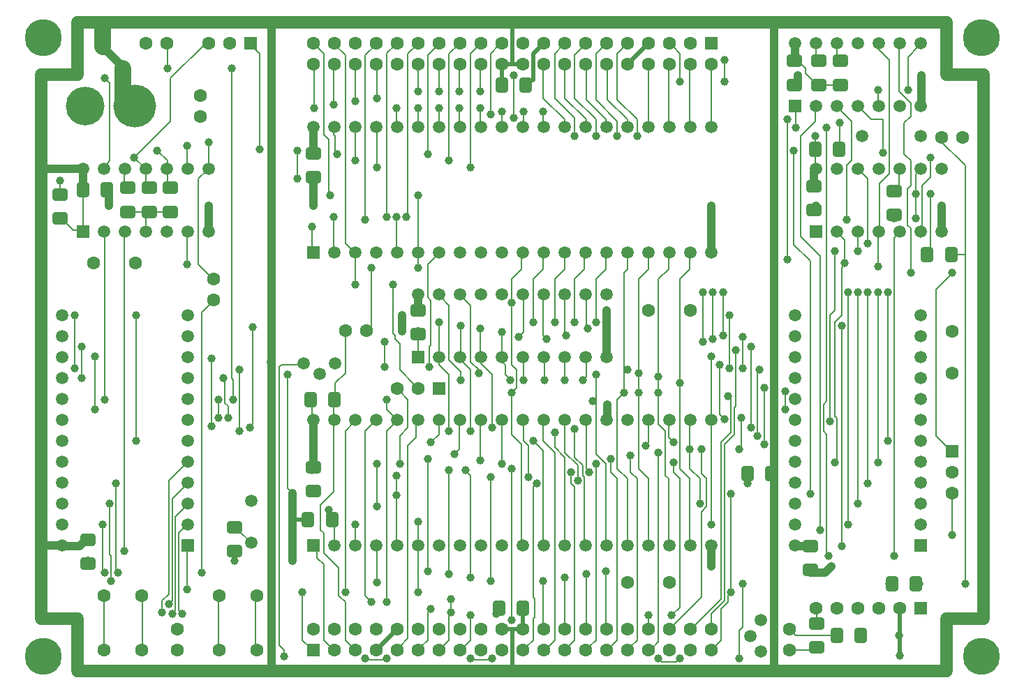
<source format=gbl>
G04*
G04  File:            8048_BOARD.GBL, Tue Feb 07 20:34:04 2017*
G04  Source:          P-CAD 2006 PCB, Version 19.02.958*
G04  Format:          Gerber Format (RS-274-D), ASCII*
G04*
G04  Format Options:  Absolute Positioning*
G04                   Leading-Zero Suppression*
G04                   Scale Factor 1:1*
G04                   NO Circular Interpolation*
G04                   Millimeter Units*
G04                   Numeric Format: 4.4 (XXXX.XXXX)*
G04                   G54 NOT Used for Aperture Change*
G04                   Apertures Embedded*
G04*
G04  File Options:    Offset = (0.000mm,0.000mm)*
G04                   Drill Symbol Size = 2.032mm*
G04                   No Pad/Via Holes*
G04*
G04  File Contents:   Pads*
G04                   Vias*
G04                   No Designators*
G04                   No Types*
G04                   No Values*
G04                   No Drill Symbols*
G04                   Bottom*
G04*
%IN8048_BOARD.GBL*%
%ICAS*%
%MOMM*%
G04*
G04  Aperture MACROs for general use --- invoked via D-code assignment *
G04*
G04  General MACRO for flashed round with rotation and/or offset hole *
%AMROTOFFROUND*
1,1,$1,0.0000,0.0000*
1,0,$2,$3,$4*%
G04*
G04  General MACRO for flashed oval (obround) with rotation and/or offset hole *
%AMROTOFFOVAL*
21,1,$1,$2,0.0000,0.0000,$3*
1,1,$4,$5,$6*
1,1,$4,0-$5,0-$6*
1,0,$7,$8,$9*%
G04*
G04  General MACRO for flashed oval (obround) with rotation and no hole *
%AMROTOVALNOHOLE*
21,1,$1,$2,0.0000,0.0000,$3*
1,1,$4,$5,$6*
1,1,$4,0-$5,0-$6*%
G04*
G04  General MACRO for flashed rectangle with rotation and/or offset hole *
%AMROTOFFRECT*
21,1,$1,$2,0.0000,0.0000,$3*
1,0,$4,$5,$6*%
G04*
G04  General MACRO for flashed rectangle with rotation and no hole *
%AMROTRECTNOHOLE*
21,1,$1,$2,0.0000,0.0000,$3*%
G04*
G04  General MACRO for flashed rounded-rectangle *
%AMROUNDRECT*
21,1,$1,$2-$4,0.0000,0.0000,$3*
21,1,$1-$4,$2,0.0000,0.0000,$3*
1,1,$4,$5,$6*
1,1,$4,$7,$8*
1,1,$4,0-$5,0-$6*
1,1,$4,0-$7,0-$8*
1,0,$9,$10,$11*%
G04*
G04  General MACRO for flashed rounded-rectangle with rotation and no hole *
%AMROUNDRECTNOHOLE*
21,1,$1,$2-$4,0.0000,0.0000,$3*
21,1,$1-$4,$2,0.0000,0.0000,$3*
1,1,$4,$5,$6*
1,1,$4,$7,$8*
1,1,$4,0-$5,0-$6*
1,1,$4,0-$7,0-$8*%
G04*
G04  General MACRO for flashed regular polygon *
%AMREGPOLY*
5,1,$1,0.0000,0.0000,$2,$3+$4*
1,0,$5,$6,$7*%
G04*
G04  General MACRO for flashed regular polygon with no hole *
%AMREGPOLYNOHOLE*
5,1,$1,0.0000,0.0000,$2,$3+$4*%
G04*
G04  General MACRO for target *
%AMTARGET*
6,0,0,$1,$2,$3,4,$4,$5,$6*%
G04*
G04  General MACRO for mounting hole *
%AMMTHOLE*
1,1,$1,0,0*
1,0,$2,0,0*
$1=$1-$2*
$1=$1/2*
21,1,$2+$1,$3,0,0,$4*
21,1,$3,$2+$1,0,0,$4*%
G04*
G04*
G04  D10 : "Ellipse X0.254mm Y0.254mm H0.000mm 0.0deg (0.000mm,0.000mm) Draw"*
G04  Disc: OuterDia=0.2540*
%ADD10C, 0.2540*%
G04  D11 : "Ellipse X0.400mm Y0.400mm H0.000mm 0.0deg (0.000mm,0.000mm) Draw"*
G04  Disc: OuterDia=0.4000*
%ADD11C, 0.4000*%
G04  D12 : "Ellipse X0.500mm Y0.500mm H0.000mm 0.0deg (0.000mm,0.000mm) Draw"*
G04  Disc: OuterDia=0.5000*
%ADD12C, 0.5000*%
G04  D13 : "Ellipse X0.600mm Y0.600mm H0.000mm 0.0deg (0.000mm,0.000mm) Draw"*
G04  Disc: OuterDia=0.6000*
%ADD13C, 0.6000*%
G04  D14 : "Ellipse X0.100mm Y0.100mm H0.000mm 0.0deg (0.000mm,0.000mm) Draw"*
G04  Disc: OuterDia=0.1000*
%ADD14C, 0.1000*%
G04  D15 : "Ellipse X1.000mm Y1.000mm H0.000mm 0.0deg (0.000mm,0.000mm) Draw"*
G04  Disc: OuterDia=1.0000*
%ADD15C, 1.0000*%
G04  D16 : "Ellipse X0.102mm Y0.102mm H0.000mm 0.0deg (0.000mm,0.000mm) Draw"*
G04  Disc: OuterDia=0.1016*
%ADD16C, 0.1016*%
G04  D17 : "Ellipse X0.127mm Y0.127mm H0.000mm 0.0deg (0.000mm,0.000mm) Draw"*
G04  Disc: OuterDia=0.1270*
%ADD17C, 0.1270*%
G04  D18 : "Ellipse X1.500mm Y1.500mm H0.000mm 0.0deg (0.000mm,0.000mm) Draw"*
G04  Disc: OuterDia=1.5000*
%ADD18C, 1.5000*%
G04  D19 : "Ellipse X0.200mm Y0.200mm H0.000mm 0.0deg (0.000mm,0.000mm) Draw"*
G04  Disc: OuterDia=0.2000*
%ADD19C, 0.2000*%
G04  D20 : "Ellipse X2.000mm Y2.000mm H0.000mm 0.0deg (0.000mm,0.000mm) Draw"*
G04  Disc: OuterDia=2.0000*
%ADD20C, 2.0000*%
G04  D21 : "Ellipse X0.250mm Y0.250mm H0.000mm 0.0deg (0.000mm,0.000mm) Draw"*
G04  Disc: OuterDia=0.2500*
%ADD21C, 0.2500*%
G04  D22 : "Ellipse X4.700mm Y4.700mm H0.000mm 0.0deg (0.000mm,0.000mm) Flash"*
G04  Disc: OuterDia=4.7000*
%ADD22C, 4.7000*%
G04  D23 : "Ellipse X5.081mm Y5.081mm H0.000mm 0.0deg (0.000mm,0.000mm) Flash"*
G04  Disc: OuterDia=5.0810*
%ADD23C, 5.0810*%
G04  D24 : "Ellipse X5.200mm Y5.200mm H0.000mm 0.0deg (0.000mm,0.000mm) Flash"*
G04  Disc: OuterDia=5.2000*
%ADD24C, 5.2000*%
G04  D25 : "Ellipse X5.581mm Y5.581mm H0.000mm 0.0deg (0.000mm,0.000mm) Flash"*
G04  Disc: OuterDia=5.5810*
%ADD25C, 5.5810*%
G04  D26 : "Ellipse X1.500mm Y1.500mm H0.000mm 0.0deg (0.000mm,0.000mm) Flash"*
G04  Disc: OuterDia=1.5000*
%ADD26C, 1.5000*%
G04  D27 : "Ellipse X1.600mm Y1.600mm H0.000mm 0.0deg (0.000mm,0.000mm) Flash"*
G04  Disc: OuterDia=1.6000*
%ADD27C, 1.6000*%
G04  D28 : "Ellipse X1.881mm Y1.881mm H0.000mm 0.0deg (0.000mm,0.000mm) Flash"*
G04  Disc: OuterDia=1.8810*
%ADD28C, 1.8810*%
G04  D29 : "Ellipse X1.981mm Y1.981mm H0.000mm 0.0deg (0.000mm,0.000mm) Flash"*
G04  Disc: OuterDia=1.9810*
%ADD29C, 1.9810*%
G04  D30 : "Rounded Rectangle X3.000mm Y2.000mm H0.000mm 0.0deg (0.000mm,0.000mm) Flash"*
G04  RoundRct: DimX=3.0000, DimY=2.0000, CornerRad=0.5000, Rotation=0.0, OffsetX=0.0000, OffsetY=0.0000, HoleDia=0.0000 *
%ADD30ROUNDRECTNOHOLE, 3.0000 X2.0000 X0.0 X1.0000 X-1.0000 X-0.5000 X-1.0000 X0.5000*%
G04  D31 : "Rounded Rectangle X3.381mm Y2.381mm H0.000mm 0.0deg (0.000mm,0.000mm) Flash"*
G04  RoundRct: DimX=3.3810, DimY=2.3810, CornerRad=0.5953, Rotation=0.0, OffsetX=0.0000, OffsetY=0.0000, HoleDia=0.0000 *
%ADD31ROUNDRECTNOHOLE, 3.3810 X2.3810 X0.0 X1.1905 X-1.0953 X-0.5953 X-1.0953 X0.5953*%
G04  D32 : "Rounded Rectangle X1.500mm Y1.900mm H0.000mm 0.0deg (0.000mm,0.000mm) Flash"*
G04  RoundRct: DimX=1.5000, DimY=1.9000, CornerRad=0.3750, Rotation=0.0, OffsetX=0.0000, OffsetY=0.0000, HoleDia=0.0000 *
%ADD32ROUNDRECTNOHOLE, 1.5000 X1.9000 X0.0 X0.7500 X-0.3750 X-0.5750 X-0.3750 X0.5750*%
G04  D33 : "Rounded Rectangle X1.900mm Y1.500mm H0.000mm 0.0deg (0.000mm,0.000mm) Flash"*
G04  RoundRct: DimX=1.9000, DimY=1.5000, CornerRad=0.3750, Rotation=0.0, OffsetX=0.0000, OffsetY=0.0000, HoleDia=0.0000 *
%ADD33ROUNDRECTNOHOLE, 1.9000 X1.5000 X0.0 X0.7500 X-0.5750 X-0.3750 X-0.5750 X0.3750*%
G04  D34 : "Rounded Rectangle X1.700mm Y3.000mm H0.000mm 0.0deg (0.000mm,0.000mm) Flash"*
G04  RoundRct: DimX=1.7000, DimY=3.0000, CornerRad=0.4250, Rotation=0.0, OffsetX=0.0000, OffsetY=0.0000, HoleDia=0.0000 *
%ADD34ROUNDRECTNOHOLE, 1.7000 X3.0000 X0.0 X0.8500 X-0.4250 X-1.0750 X-0.4250 X1.0750*%
G04  D35 : "Rounded Rectangle X3.000mm Y1.700mm H0.000mm 0.0deg (0.000mm,0.000mm) Flash"*
G04  RoundRct: DimX=3.0000, DimY=1.7000, CornerRad=0.4250, Rotation=0.0, OffsetX=0.0000, OffsetY=0.0000, HoleDia=0.0000 *
%ADD35ROUNDRECTNOHOLE, 3.0000 X1.7000 X0.0 X0.8500 X-1.0750 X-0.4250 X-1.0750 X0.4250*%
G04  D36 : "Rounded Rectangle X1.881mm Y2.281mm H0.000mm 0.0deg (0.000mm,0.000mm) Flash"*
G04  RoundRct: DimX=1.8810, DimY=2.2810, CornerRad=0.4703, Rotation=0.0, OffsetX=0.0000, OffsetY=0.0000, HoleDia=0.0000 *
%ADD36ROUNDRECTNOHOLE, 1.8810 X2.2810 X0.0 X0.9405 X-0.4703 X-0.6703 X-0.4703 X0.6703*%
G04  D37 : "Rounded Rectangle X2.281mm Y1.881mm H0.000mm 0.0deg (0.000mm,0.000mm) Flash"*
G04  RoundRct: DimX=2.2810, DimY=1.8810, CornerRad=0.4703, Rotation=0.0, OffsetX=0.0000, OffsetY=0.0000, HoleDia=0.0000 *
%ADD37ROUNDRECTNOHOLE, 2.2810 X1.8810 X0.0 X0.9405 X-0.6703 X-0.4703 X-0.6703 X0.4703*%
G04  D38 : "Rounded Rectangle X2.081mm Y3.381mm H0.000mm 0.0deg (0.000mm,0.000mm) Flash"*
G04  RoundRct: DimX=2.0810, DimY=3.3810, CornerRad=0.5202, Rotation=0.0, OffsetX=0.0000, OffsetY=0.0000, HoleDia=0.0000 *
%ADD38ROUNDRECTNOHOLE, 2.0810 X3.3810 X0.0 X1.0405 X-0.5202 X-1.1703 X-0.5202 X1.1703*%
G04  D39 : "Rounded Rectangle X3.381mm Y2.081mm H0.000mm 0.0deg (0.000mm,0.000mm) Flash"*
G04  RoundRct: DimX=3.3810, DimY=2.0810, CornerRad=0.5202, Rotation=0.0, OffsetX=0.0000, OffsetY=0.0000, HoleDia=0.0000 *
%ADD39ROUNDRECTNOHOLE, 3.3810 X2.0810 X0.0 X1.0405 X-1.1703 X-0.5202 X-1.1703 X0.5202*%
G04  D40 : "Rectangle X1.500mm Y1.500mm H0.000mm 0.0deg (0.000mm,0.000mm) Flash"*
G04  Square: Side=1.5000, Rotation=0.0, OffsetX=0.0000, OffsetY=0.0000, HoleDia=0.0000*
%ADD40R, 1.5000 X1.5000*%
G04  D41 : "Rectangle X1.600mm Y1.600mm H0.000mm 0.0deg (0.000mm,0.000mm) Flash"*
G04  Square: Side=1.6000, Rotation=0.0, OffsetX=0.0000, OffsetY=0.0000, HoleDia=0.0000*
%ADD41R, 1.6000 X1.6000*%
G04  D42 : "Rectangle X1.881mm Y1.881mm H0.000mm 0.0deg (0.000mm,0.000mm) Flash"*
G04  Square: Side=1.8810, Rotation=0.0, OffsetX=0.0000, OffsetY=0.0000, HoleDia=0.0000*
%ADD42R, 1.8810 X1.8810*%
G04  D43 : "Rectangle X1.981mm Y1.981mm H0.000mm 0.0deg (0.000mm,0.000mm) Flash"*
G04  Square: Side=1.9810, Rotation=0.0, OffsetX=0.0000, OffsetY=0.0000, HoleDia=0.0000*
%ADD43R, 1.9810 X1.9810*%
G04  D44 : "Ellipse X4.500mm Y4.500mm H0.000mm 0.0deg (0.000mm,0.000mm) Flash"*
G04  Disc: OuterDia=4.5000*
%ADD44C, 4.5000*%
G04  D45 : "Ellipse X4.881mm Y4.881mm H0.000mm 0.0deg (0.000mm,0.000mm) Flash"*
G04  Disc: OuterDia=4.8810*
%ADD45C, 4.8810*%
G04  D46 : "Ellipse X1.000mm Y1.000mm H0.000mm 0.0deg (0.000mm,0.000mm) Flash"*
G04  Disc: OuterDia=1.0000*
%ADD46C, 1.0000*%
G04  D47 : "Ellipse X1.381mm Y1.381mm H0.000mm 0.0deg (0.000mm,0.000mm) Flash"*
G04  Disc: OuterDia=1.3810*
%ADD47C, 1.3810*%
G04*
%FSLAX44Y44*%
%SFA1B1*%
%OFA0.000B0.000*%
G04*
G71*
G90*
G01*
D2*
%LNBottom*%
D19*
X658000Y2179000*
Y2196000D1*
Y2150000D2*
X664000Y2146000D1*
X674000Y2136000*
X684000*
Y2135400*
X756920Y1625600D2*
X758000Y1632000D1*
Y1692000D2*
X757640Y1691640D1*
X756920*
D2*
D15*
X692000Y1731000*
Y1734000D1*
D2*
D19*
X710000Y1722000*
X712000Y1720000D1*
X720000Y1740000D2*
Y1710000D1*
X718000Y1742000D2*
X720000Y1740000D1*
X726000Y1722000D2*
X728000Y1720000D1*
D2*
D15*
X714800Y2184400*
X717550D1*
Y2165350*
D2*
D19*
X740000Y2187000*
X736000Y2188000D1*
Y2206000*
X736600Y2206600*
X712000Y2212000D2*
X711200Y2211200D1*
X740000Y2214000D2*
Y2213200D1*
X748000Y2224000D2*
X750000D1*
X718000Y2314000D2*
X712000Y2320000D1*
X732992Y2335007D2*
X734250Y2332437D1*
D2*
D15*
X732992Y2335007*
X734000Y2334000D1*
X710000Y2388000D2*
Y2387600D1*
D2*
D18*
X710177D1*
D2*
D15*
X710000Y2388000*
X710177Y2387600D1*
X710000Y2382000*
D2*
D19*
X802000Y1674000*
X806000Y1670000D1*
X794000D2*
X798000Y1674000D1*
X790000Y1682000D2*
X794000Y1686000D1*
X782000D2*
X790000Y1694000D1*
X812800Y1778000D2*
X808000Y1774000D1*
X802000Y1768000*
X798000Y1788000D2*
X810000Y1800000D1*
Y1800600*
X812800Y1803400*
X794000Y1810000D2*
X810000Y1826000D1*
X790000Y1832000D2*
X810000Y1852000D1*
X810600*
X812800Y1854200*
X812000Y2130000D2*
Y2094000D1*
X826000Y2198000D2*
X836000Y2208000D1*
X836400*
X766000Y2158000D2*
X792000D1*
Y2187000D2*
X788000Y2188000D1*
Y2208000*
X787400Y2208600*
X788000Y2220000D2*
X776000Y2232000D1*
X788000Y2364000D2*
X787400Y2363400D1*
X896620Y1625600D2*
X895350D1*
X850900D2*
X850000Y1630000D1*
D2*
D12*
X869950Y1746250*
X870000Y1734000D1*
D2*
D19*
X850000Y1694000*
X850900Y1693100D1*
Y1691640*
X895350Y1695450D2*
X896620Y1694180D1*
Y1691640*
X869950Y1775250D2*
X876300Y1778000D1*
X890000Y1756000D2*
X876000Y1770000D1*
X875200*
X869950Y1775250*
X892000Y1900000D2*
X888000Y1896000D1*
X850000Y1930000D2*
Y1908000D1*
X858000Y1954000D2*
X856000Y1956000D1*
X868000Y1954000D2*
X866000Y1956000D1*
X868000Y1930000D2*
Y1954000D1*
X862000Y1922000D2*
Y1908000D1*
X858000Y1926000D2*
Y1954000D1*
X862000Y1922000D2*
X858000Y1926000D1*
X842000Y2048000D2*
Y2048500D1*
X844550Y2051050*
Y2076450D2*
X840000Y2080000D1*
X894000Y2356000D2*
X900000Y2350000D1*
X986000Y1630000D2*
X978000Y1638000D1*
X952000D2*
X960000Y1630000D1*
X960800*
X965200Y1625600*
X924000Y1632000D2*
X930000Y1626000D1*
Y1618000*
D2*
D15*
X939800Y1739900*
X940000Y1734000D1*
D2*
D19*
X978000Y1730000*
X970000Y1738000D1*
Y1746000*
D2*
D15*
X965200Y1818850*
Y1816100D1*
D2*
D12*
X958850Y1784350*
X939800D1*
D2*
D15*
Y1816100*
Y1784350D1*
D2*
D19*
X987850*
X984250Y1790700D1*
X978000Y1768000D2*
X974000Y1772000D1*
Y1802000*
X934000Y1822000D2*
X940000Y1816000D1*
X939900*
X939800Y1816100*
X984250Y1790700D2*
X984000Y1796000D1*
X965200Y1856000D2*
X964000D1*
X966000Y1854000D2*
X965200Y1853200D1*
X964000Y1844000D2*
X965200Y1850000D1*
X966000Y1854000*
D2*
D15*
X965200Y1847850*
Y1850000D1*
Y1853200*
Y1856000*
D2*
D19*
X962000Y1930000*
X964000Y1924000D1*
Y1906000*
X964200*
X953900Y1974000D2*
X948000Y1972000D1*
X926000*
X924000Y1970000*
X964000Y2112000D2*
X965200Y2110800D1*
Y2108200*
D2*
D15*
Y2199850*
Y2165350D1*
D2*
D19*
X984000Y2180000*
X986000Y2178000D1*
D2*
D15*
X965200Y2228850*
Y2260600D1*
D2*
D19*
X978000Y2252000*
X984000Y2246000D1*
X978000Y2350000D2*
X967600Y2360400D1*
X970000Y2358600*
X966000Y2334600D2*
X965200Y2335400D1*
X966000Y2334600D2*
Y2338000D1*
X965200Y2335400D2*
Y2336800D1*
X1016000Y1625600D2*
X1012000Y1630000D1*
X1004000Y1638000*
X1028000Y1614000D2*
Y1616000D1*
X1054000Y1614000D2*
Y1616000D1*
X1028000Y1614000D2*
X1054000D1*
X1028000Y1692000D2*
X1036000Y1684000D1*
X1004000D2*
X996000Y1692000D1*
Y1726000*
X1042000Y1708000D2*
Y1750000D1*
X1041400Y1750600*
X1054000Y1892000D2*
X1064000Y1902000D1*
Y1902200*
X1028000Y1892000D2*
X1038000Y1902000D1*
X1038400*
X1004000Y1892000D2*
X1014000Y1902000D1*
Y1903000*
X992000Y1950000D2*
Y1934000D1*
X1054000Y1918000D2*
Y1930000D1*
X992000Y1950000D2*
X1004000Y1962000D1*
X1064000Y2004000D2*
Y2008000D1*
X1062000Y2010000*
X1030000Y2014000D2*
X1036000Y2020000D1*
X1004000Y2010000D2*
X1004600Y2010600D1*
Y2014000*
X1004000Y2120000D2*
X1014000Y2110000D1*
X1014200*
X1016000Y2108200*
Y2070000D2*
Y2104000D1*
Y2108200*
X1054000Y2150000D2*
Y2152000D1*
X1042000Y2262000D2*
Y2261200D1*
X1041400Y2260600*
X1042000Y2212000D2*
Y2261200D1*
X1016000Y2262000D2*
Y2260600D1*
Y2220000D2*
Y2260600D1*
X992000Y2230000D2*
X994000Y2228000D1*
X992000Y2230000D2*
Y2250000D1*
X1042000Y2338000D2*
Y2337400D1*
Y2334600D2*
X1041400Y2335200D1*
X1042000Y2296000D2*
Y2334600D1*
Y2337400*
X1054184Y2350784D2*
X1054000Y2350600D1*
X1054184Y2350784D2*
X1054000Y2350000D1*
X1064000Y2360000D2*
X1064600D1*
X1016000Y2292000D2*
Y2332600D1*
Y2336000*
X1054184Y2350784D2*
X1064000Y2360000D1*
X1016000Y2332600D2*
Y2336800D1*
Y2336000D2*
Y2336800D1*
X1042000Y2337400D2*
X1041400Y2336800D1*
Y2335200D2*
Y2336800D1*
X1070000Y1630000D2*
X1080000Y1640000D1*
X1092200Y1625600D2*
X1096000Y1630000D1*
X1104000Y1638000*
X1117600Y1625600D2*
X1130000Y1638000D1*
X1104000D2*
Y1672000D1*
X1130000Y1670000D2*
X1132000Y1672000D1*
X1130000Y1638000D2*
Y1670000D1*
X1092000Y1746000D2*
Y1696000D1*
Y1758000D2*
Y1782000D1*
X1118000Y1888000D2*
X1108000Y1878000D1*
X1090000Y1884000D2*
Y1902800D1*
X1080000Y1874000D2*
X1090000Y1884000D1*
X1070000Y1886000D2*
X1080000Y1896000D1*
X1070000Y1852000D2*
Y1886000D1*
X1118000Y1972000D2*
Y1978000D1*
X1130000Y1960000D2*
X1118000Y1972000D1*
X1080000Y1930000D2*
X1070000Y1940000D1*
X1069900*
X1092200Y1943100D2*
X1088000Y1948000D1*
X1070000Y1966000*
D2*
D15*
X1092200Y2012950*
Y2009350D1*
D2*
D19*
X1118000Y1984000*
X1117600Y1983600D1*
D2*
D15*
X1073150Y2032000*
Y2012950D1*
D2*
D19*
X1118000Y2024000*
Y1984000D1*
X1130000Y2044000D2*
X1120000Y2054000D1*
Y2055000*
X1092000Y1984000D2*
Y2008000D1*
X1092200Y2008200*
D2*
D15*
Y2006600*
Y2008200D1*
Y2009350*
D2*
D19*
X1106000Y1994000*
X1108000Y1996000D1*
Y2050000*
X1104000Y2054000*
X1116000Y2106000D2*
Y2106600D1*
X1117600Y2108200*
X1104000Y2094000D2*
X1116000Y2106000D1*
X1092000Y2110000D2*
X1092200Y2109800D1*
Y2108200*
X1092000Y2090000D2*
Y2108000D1*
X1092200Y2108200*
X1080000Y2150000D2*
X1078000Y2152000D1*
X1117600Y2260600D2*
X1118000Y2264000D1*
Y2284000*
X1092000Y2266000D2*
Y2284000D1*
X1092200Y2260600D2*
X1092000Y2266000D1*
Y2304000D2*
Y2336000D1*
Y2340600D2*
X1092030Y2340569D1*
X1092200Y2340400*
X1114000Y2358000D2*
X1104000Y2348000D1*
X1118000Y2332000D2*
Y2304000D1*
Y2334600D2*
X1117763Y2334836D1*
X1117600Y2335000*
X1117763Y2334836D2*
X1118000Y2332000D1*
X1092000Y2336000D2*
X1092030Y2340569D1*
X1092200Y2340400D2*
Y2336800D1*
X1117600D2*
X1117763Y2334836D1*
X1117600Y2335000D2*
Y2336800D1*
D2*
D12*
X1193800Y1651000*
X1206500D1*
D2*
D19*
X1148000Y1630000*
X1156000Y1638000D1*
Y1668000*
Y1614000D2*
Y1616000D1*
X1182000Y1614000D2*
Y1616000D1*
X1156000Y1614000D2*
X1182000D1*
X1218000Y1876000D2*
X1206000Y1888000D1*
X1156000Y1838000D2*
X1150000Y1844000D1*
X1194000Y1976000D2*
X1193800Y1976200D1*
X1166000Y1966000D2*
Y1962000D1*
X1156000Y1976000D2*
X1166000Y1966000D1*
X1144000Y1954000D2*
Y1964000D1*
X1198000Y1972000D2*
X1194000Y1976000D1*
X1206000Y1938000D2*
X1212000Y1944000D1*
Y1966000*
X1206000Y1972000*
X1198000Y1960000D2*
X1204000Y1954000D1*
X1198000Y1972000D2*
Y1960000D1*
X1182000D2*
X1168400Y1973600D1*
X1194000Y1984000D2*
X1193800Y1983800D1*
X1194000Y2012000D2*
Y1984000D1*
X1144000Y2020000D2*
Y1986000D1*
Y2056000D2*
X1156000Y2044000D1*
X1218000Y2104000D2*
Y2088000D1*
X1206000Y2076000*
X1193800Y2260600D2*
X1194000Y2266000D1*
X1168400Y2260600D2*
X1168000Y2264000D1*
Y2284000*
X1194000Y2266000D2*
Y2280000D1*
X1164000Y2358000D2*
X1164200D1*
X1190000Y2360000D2*
X1191600D1*
X1168000Y2332000D2*
X1168230Y2332230D1*
X1168400Y2332400*
X1168000Y2332000D2*
Y2304000D1*
X1180000Y2350000D2*
X1190000Y2360000D1*
X1156000Y2350000D2*
X1164000Y2358000D1*
X1168400Y2336800D2*
X1168230Y2332230D1*
X1168400Y2332400D2*
Y2336800D1*
D2*
D12*
X1193800*
X1206500D1*
X1193800Y2311400D2*
Y2336800D1*
D2*
D19*
X1270000Y1625600*
X1274000Y1630000D1*
X1282000Y1638000*
X1244600Y1625600D2*
X1248000Y1628000D1*
X1258000Y1638000*
X1224000Y1630000D2*
X1232000Y1638000D1*
Y1664000*
X1234000Y1666000*
X1244600Y1651000D2*
X1244000Y1656000D1*
X1234000Y1688000D2*
X1232000Y1690000D1*
X1244000Y1902000D2*
X1244600Y1902600D1*
X1294000Y1836000D2*
X1292000Y1838000D1*
Y1850000*
X1282000Y1860000*
Y1894000*
X1286000Y1850000D2*
X1270000Y1866000D1*
X1258000Y1872000D2*
Y1890000D1*
X1270000Y1860000D2*
X1258000Y1872000D1*
X1244000Y1880000D2*
Y1902000D1*
X1258000Y1866000D2*
X1244000Y1880000D1*
Y1868000D2*
X1232000Y1880000D1*
X1226000Y1836000D2*
Y1874000D1*
X1286000Y1832000D2*
Y1850000D1*
X1246000Y1978000D2*
Y1979800D1*
X1270000Y1954000D2*
Y1976000D1*
X1246000Y1978000D2*
Y1954000D1*
X1270000Y2010000D2*
X1272000Y2008000D1*
X1244000D2*
X1248000Y2004000D1*
X1244000Y2054000D2*
Y2008000D1*
X1244600Y2108200D2*
X1244000Y2104000D1*
Y2088000*
X1232000Y2076000*
X1270000Y2108200D2*
Y2088000D1*
X1258000Y2076000*
X1294000Y2102000D2*
Y2088000D1*
X1282000Y2076000*
X1244600Y2260600D2*
X1244000Y2264000D1*
Y2280000*
X1282000Y2272000D2*
Y2250000D1*
X1270000Y2260600D2*
Y2270000D1*
D2*
D12*
X1231900Y2317750*
X1225550D1*
X1222800Y2311400D2*
X1225550Y2317750D1*
X1231900D2*
Y2349500D1*
D2*
D19*
X1270000Y2296000*
Y2334600D1*
Y2336000*
X1292000Y2358000D2*
X1282000Y2348000D1*
X1268000Y2360000D2*
X1258000Y2350000D1*
Y2296000D2*
Y2350000D1*
X1282000Y2296000D2*
Y2348000D1*
X1244000Y2296000D2*
Y2336000D1*
Y2336200*
X1244600Y2336800*
X1270000Y2334600D2*
Y2336800D1*
Y2336000D2*
Y2336800D1*
X1346200Y1625600D2*
X1350000Y1630000D1*
X1358000Y1638000*
X1320800Y1625600D2*
X1326000Y1630000D1*
X1334000Y1638000*
X1300000Y1630000D2*
X1308000Y1638000D1*
X1320800Y1651000D2*
X1320000Y1656000D1*
X1346000Y1834000D2*
X1334000Y1846000D1*
X1350000Y1842000D2*
Y1862000D1*
X1358000Y1834000D2*
X1350000Y1842000D1*
X1326000D2*
Y1858000D1*
X1334000Y1834000D2*
X1326000Y1842000D1*
X1320000Y1852000D2*
X1308000Y1864000D1*
X1342000Y1966000D2*
X1346000D1*
X1308000Y1928000D2*
Y1960000D1*
X1304000Y1928000D2*
X1308000D1*
X1360000Y1962000D2*
Y1938000D1*
X1342000Y1966000D2*
Y1938000D1*
X1334000Y1930000D2*
X1342000Y1938000D1*
X1320800Y2108200D2*
X1320000Y2102000D1*
Y2088000*
X1308000Y2076000*
X1346000Y2088000D2*
Y2108000D1*
X1346200Y2108200*
X1342000Y2084000D2*
X1346000Y2088000D1*
X1346200Y2260600D2*
X1346000Y2266000D1*
X1320800Y2260600D2*
X1320000Y2266000D1*
X1358000Y2270000D2*
Y2250000D1*
X1334000Y2268000D2*
Y2250000D1*
X1346000Y2266000D2*
Y2270000D1*
X1308000D2*
Y2250000D1*
X1320000Y2266000D2*
Y2270000D1*
X1322000Y2336000D2*
X1321600D1*
X1322000Y2294000D2*
Y2335600D1*
Y2336000*
Y2335600D2*
X1321600Y2336000D1*
X1318000Y2360000D2*
X1308000Y2350000D1*
Y2294000D2*
Y2350000D1*
X1334000Y2294000D2*
Y2350000D1*
X1321600Y2336000D2*
X1320800Y2336800D1*
X1376000Y1628000D2*
X1384000Y1636000D1*
X1422400Y1651000D2*
X1422000Y1652000D1*
X1424000*
X1384000Y1616000D2*
X1388000Y1612000D1*
X1406000*
X1410000Y1616000*
X1436000Y1794000D2*
X1442000Y1800000D1*
X1422000Y1834000D2*
X1410000Y1846000D1*
X1422000D2*
X1434000Y1834000D1*
X1422000Y1900000D2*
Y1870000D1*
Y1846000*
X1396000Y1884000D2*
X1402000Y1878000D1*
X1396000Y1902000D2*
X1397000Y1903000D1*
X1396000Y1884000D2*
Y1902000D1*
X1384000Y1900000D2*
X1392000Y1892000D1*
X1396000Y1834000D2*
X1392000Y1838000D1*
Y1892000*
X1442000Y1834000D2*
X1436000Y1840000D1*
Y1870000*
X1410000Y1834000D2*
X1402000Y1842000D1*
Y1854000*
X1384000Y1938000D2*
Y1958000D1*
X1410000Y2076000D2*
X1422000Y2088000D1*
Y2104000*
X1422400Y2104400*
Y2108200*
X1397000D2*
X1396000Y2102000D1*
Y2088000*
X1384000Y2076000*
X1397000Y2260600D2*
X1396000Y2264000D1*
X1422400Y2260600D2*
X1422000Y2264000D1*
X1396000Y2336000D2*
X1396200D1*
X1396000Y2335800D2*
X1396200Y2336000D1*
X1396000Y2335800D2*
Y2336000D1*
X1422000Y2332600D2*
X1422400Y2333000D1*
X1410000Y2316000D2*
Y2350000D1*
X1402000Y2358000*
X1401200*
X1422000Y2336000D2*
Y2336400D1*
Y2332600D2*
Y2336000D1*
X1396200D2*
X1397000Y2336800D1*
X1422400Y2333000D2*
Y2336800D1*
X1422000Y2336400D2*
X1422400Y2336800D1*
X1452000Y1630000D2*
X1460000Y1638000D1*
X1486000Y1654000D2*
X1482000Y1650000D1*
Y1616000*
X1468000Y1684000D2*
Y1692000D1*
X1472000Y1696000*
X1484000Y1870000D2*
X1482000D1*
X1464000Y1876000D2*
X1476000Y1888000D1*
X1460000Y1878000D2*
X1472000Y1890000D1*
X1458000Y1912000D2*
Y1972000D1*
X1506000Y1966000D2*
X1504000Y1964000D1*
X1484000Y1906000D2*
Y1908000D1*
X1476000Y1920000D2*
X1478000Y1922000D1*
X1472000Y1934000D2*
X1468000D1*
X1458000Y1912000D2*
X1464000Y1906000D1*
X1478000Y1988000D2*
Y1990000D1*
X1464000Y2342000D2*
Y2316000D1*
X1576000Y1672000D2*
Y1662000D1*
Y1658000*
Y1629000D2*
X1572000Y1626000D1*
X1546000*
X1545600Y1625600*
X1543050*
X1550000Y1644000D2*
X1544000Y1650000D1*
Y1650050*
X1543050Y1651000*
D2*
D15*
X1568000Y1723000*
Y1720000D1*
X1586000D2*
X1593850Y1727200D1*
X1568000Y1720000D2*
X1586000D1*
D2*
D19*
X1588000Y1742000*
X1590000Y1740000D1*
X1588000Y1888000D2*
X1584000Y1892000D1*
X1538000Y1918000D2*
Y1940000D1*
X1584000Y1924000D2*
X1588000Y1928000D1*
X1598000Y2038000D2*
X1592000Y2032000D1*
X1580000Y2104000D2*
X1556000Y2128000D1*
X1568000Y2098000D2*
X1548000Y2118000D1*
D2*
D15*
X1572000Y2192000*
Y2189000D1*
Y2160000D2*
X1574800Y2165350D1*
D2*
D19*
X1574000Y2208000*
Y2208714D1*
Y2250000D2*
Y2238000D1*
Y2234000*
X1550000Y2260000D2*
Y2284000D1*
X1549400Y2284600*
X1556000Y2250000D2*
X1574000Y2268000D1*
D2*
D15*
X1549400Y2340320*
X1548600Y2341000D1*
X1552600Y2314000D2*
X1548600Y2312000D1*
X1552600Y2314000D2*
Y2324000D1*
D2*
D19*
X1570600Y2318000*
X1562600Y2326000D1*
Y2332000*
X1556600Y2338000*
X1553600Y2341000*
D2*
D15*
X1549400Y2340320*
Y2341000D1*
D2*
D19*
X1553600*
X1549400D1*
X1548600*
X1578600Y2312000D2*
X1570600Y2318000D1*
X1574600Y2356000D2*
Y2340000D1*
X1575600Y2341000*
X1578600*
X1629000Y1644000D2*
X1632000D1*
X1667000Y1706000D2*
X1664000D1*
X1626000Y2132000D2*
X1625600Y2132400D1*
X1604000Y2130000D2*
X1603800D1*
X1610000Y2124000D2*
X1604000Y2130000D1*
X1610000Y2094000D2*
Y2096000D1*
Y2094000D2*
X1606000Y2090000D1*
X1610000Y2096000D2*
Y2124000D1*
X1626000Y2110000D2*
Y2132000D1*
X1650000Y2136000D2*
Y2134600D1*
X1638000Y2198000D2*
X1628000Y2208000D1*
X1627400*
X1652000Y2138000D2*
Y2192000D1*
X1664000Y2204000*
X1670000Y2150000D2*
Y2154000D1*
X1618000Y2220000D2*
X1612000Y2214000D1*
X1603000Y2234000D2*
X1604000Y2238000D1*
Y2266000*
X1618000Y2220000D2*
Y2268000D1*
X1604000Y2282000D2*
X1618000Y2268000D1*
X1656000Y2230000D2*
Y2270000D1*
X1642000*
X1628000Y2284000*
X1601600Y2344000D2*
X1604600Y2341000D1*
X1650600Y2292000D2*
Y2306000D1*
X1648000Y2358000D2*
X1648600Y2359800D1*
X1664000Y2342000D2*
X1648000Y2358000D1*
X1696000Y1706000D2*
X1700000D1*
X1739900Y1816100D2*
X1740000Y1812000D1*
Y1766000*
Y1864000D2*
X1739900Y1864100D1*
X1733550Y1873250D2*
X1720850Y1885950D1*
X1739900Y1864100D2*
Y1864143D1*
Y1866900*
X1740000Y1864000D2*
X1739900Y1864143D1*
X1733550Y1873250*
X1710000Y2106000D2*
X1714000Y2112000D1*
X1720850Y2063750D2*
X1739900Y2082800D1*
X1740000Y2082900*
Y2084000*
X1696000Y2204000D2*
X1700000Y2208000D1*
X1704000Y2190000D2*
Y2136000D1*
Y2135800*
Y2190000D2*
X1714000Y2200000D1*
X1686000Y2186000D2*
X1690000Y2190000D1*
X1686000Y2142000D2*
Y2186000D1*
X1690000Y2138000D2*
X1686000Y2142000D1*
X1696000Y2150000D2*
Y2180000D1*
Y2204000*
X1690000Y2220000D2*
X1682000Y2228000D1*
Y2266000*
X1690000Y2274000*
X1726000Y2244000D2*
X1727300Y2245300D1*
Y2248000*
X1686600Y2306000D2*
Y2346000D1*
X1698600Y2358000*
Y2359000*
D2*
D15*
X660000Y1752000*
Y1752200D1*
X660400Y1752600*
X635000D2*
X660400D1*
D2*
D18*
X635000Y1663700*
Y1752600D1*
D2*
D19*
X676000Y1968000*
Y2032000D1*
X684000Y1994000D2*
Y1956000D1*
D2*
D18*
X635000Y2209800*
Y2324100D1*
D2*
D19*
X711200Y1625600*
Y1691640D1*
X758000Y1632000D2*
Y1692000D1*
X710000Y1722000D2*
Y1778000D1*
X718000Y1742000D2*
Y1804000D1*
X726000Y1722000D2*
Y1828000D1*
X750000Y1880000D2*
Y2032000D1*
X736000Y2132000D2*
X736600Y2132600D1*
Y2133600*
X712000Y1930000D2*
Y2132000D1*
Y2132800*
X711200Y2133600*
X700000Y1918000D2*
Y1982000D1*
X736600Y2211400D2*
Y2209800D1*
X736000Y2208000D2*
X736600Y2211400D1*
X740000Y2213200D2*
X736600Y2209800D1*
Y2206600D2*
Y2209800D1*
X718000Y2220000D2*
Y2314000D1*
X710000Y2208000D2*
X711200Y2209800D1*
X718000Y2220000*
X711200Y2211200D2*
Y2210400D1*
Y2209800*
X712000Y2212000D2*
X711200Y2210400D1*
X710000Y2208000*
X742000Y2284000D2*
X744000Y2286000D1*
D2*
D20*
X748650D1*
X734250D2*
Y2332437D1*
Y2286000D2*
X741680D1*
X744000*
D2*
D19*
X734250Y2332437*
X741680Y2286000D1*
X742000Y2284000*
D2*
D15*
X710000Y2358000*
X732992Y2335007D1*
D2*
D20*
X710000Y2382000*
Y2358000D1*
D2*
D19*
X802000Y1768000*
Y1674000D1*
X798000D2*
Y1788000D1*
X794000Y1686000D2*
Y1810000D1*
X810000Y1826000D2*
X812800Y1828800D1*
X782000Y1672000D2*
Y1686000D1*
X790000Y1694000D2*
Y1832000D1*
X812000Y1752000D2*
X812200D1*
X812800Y1752600*
X812000Y1700000D2*
Y1752000D1*
X812800Y2133600D2*
X812000Y2130000D1*
Y2210000D2*
X812200Y2209800D1*
X812800*
X788000Y2210000D2*
X787800Y2209800D1*
X787400*
X788000Y2220000D2*
Y2210000D1*
X812000Y2238000D2*
Y2210000D1*
X787400Y2208600D2*
Y2209800D1*
Y2363400D2*
Y2362200D1*
X836000Y2362000D2*
X836200Y2362200D1*
X788000Y2332000D2*
Y2364000D1*
X834000Y2362000D2*
X836000D1*
X792000Y2320000D2*
X834000Y2362000D1*
X792000Y2268000D2*
Y2320000D1*
X895350Y1625600D2*
Y1695450D1*
X850000Y1630000D2*
Y1694000D1*
X842000Y1980000D2*
Y1898000D1*
X892000Y1900000D2*
Y2018000D1*
X876000Y1892000D2*
Y1966000D1*
X889000Y2362200D2*
X894000Y2356000D1*
X900000Y2350000D2*
Y2234000D1*
D2*
D15*
X939800Y1784350*
Y1739900D1*
D2*
D19*
X978000Y1638000*
Y1730000D1*
X970000Y1746000D2*
X965200Y1752600D1*
X978000Y1744000D2*
Y1768000D1*
X952000Y1638000D2*
Y1696000D1*
X964000Y2140000D2*
Y2112000D1*
X964200Y1906000D2*
X965200Y1905000D1*
X984000Y2246000D2*
Y2180000D1*
X946000Y2198000D2*
Y2232000D1*
X978000Y2350000D2*
Y2252000D1*
X966000Y2284000D2*
Y2334600D1*
X967600Y2360400D2*
X966000Y2362000D1*
X965800Y2362200*
X965200*
X967600Y2360400*
X1016000Y1752600D2*
Y1778000D1*
X1004000Y1638000D2*
Y1684000D1*
X1041400Y1750600D2*
Y1752600D1*
X1042000Y1800000D2*
Y1852000D1*
X1038400Y1902000D2*
X1041400Y1905000D1*
X1014000Y1903000D2*
X1016000Y1905000D1*
X1062000Y2010000D2*
Y2070000D1*
X1052000Y2000000D2*
Y1970000D1*
X1036000Y2020000D2*
Y2090000D1*
X1004000Y1962000D2*
Y2010000D1*
X1028000Y2348000D2*
X1042000Y2362000D1*
X1041800Y2362200*
X1041400*
X1038000Y2358600*
X1104000Y1722000D2*
Y1858000D1*
X1130000Y1718000D2*
Y1844000D1*
X1104000Y1672000D2*
X1108000Y1676000D1*
X1132000Y1688000D2*
Y1672000D1*
X1092200Y1752600D2*
X1092000Y1746000D1*
X1092200Y1752600D2*
X1092000Y1758000D1*
D2*
D15*
X1092200Y2038350*
Y2057400D1*
D2*
D19*
X1120000Y2055000*
X1117600Y2057400D1*
X1092200Y1981200D2*
X1092000Y1984000D1*
X1118000Y1978000D2*
X1117600Y1981200D1*
Y1983600D2*
X1118000Y1978000D1*
X1130000D2*
Y2044000D1*
X1106000Y1970000D2*
Y1994000D1*
X1118000Y1906000D2*
X1117600Y1905600D1*
Y1905000*
X1118000Y1888000D2*
Y1906000D1*
X1090000Y1902800D2*
X1092200Y1905000D1*
X1104000Y2054000D2*
Y2094000D1*
X1130000Y1892000D2*
Y1960000D1*
X1080000Y1896000D2*
Y1930000D1*
X1070000Y1966000D2*
Y1998000D1*
X1104000Y2348000D2*
Y2228000D1*
X1130000Y2220000D2*
Y2350000D1*
X1092000Y2362000D2*
X1080000Y2350000D1*
X1092200Y2362200D2*
X1092000Y2362000D1*
X1114000Y2358000D2*
X1117600Y2362200D1*
D2*
D12*
X1206500Y1651000*
Y1600200D1*
X1190200Y1676400D2*
X1187450Y1670050D1*
D2*
D19*
X1206000Y1846000*
Y1662000D1*
X1156000Y1714000D2*
Y1838000D1*
X1180000Y1710000D2*
Y1836000D1*
X1193800Y1976200D2*
Y1981200D1*
X1168000Y1980000D2*
X1168400Y1980400D1*
Y1981200*
X1193800Y1983800D2*
Y1981200D1*
X1168000Y2016000D2*
Y1980000D1*
X1156000Y2044000D2*
Y1976000D1*
X1168000Y1904000D2*
X1168400Y1904400D1*
Y1905000*
X1194000Y1906000D2*
X1193800Y1905800D1*
Y1905000*
X1156000Y1892000D2*
Y1966000D1*
X1206000Y1972000D2*
Y2048000D1*
Y2076000*
X1182000Y1896000D2*
Y1960000D1*
X1168400Y1973600D2*
Y1980400D1*
X1206000Y1888000D2*
Y1938000D1*
X1156000Y2212000D2*
Y2350000D1*
X1180000Y2276000D2*
Y2350000D1*
X1208000Y2324000D2*
Y2272000D1*
D2*
D12*
X1206500Y2387600*
Y2336800D1*
D2*
D19*
X1164200Y2358000*
X1168400Y2362200D1*
X1191600Y2360000D2*
X1193800Y2362200D1*
X1244600Y1752600D2*
X1244000Y1756000D1*
X1234000Y1666000D2*
Y1688000D1*
X1294000Y1758000D2*
Y1836000D1*
X1270000Y1752600D2*
Y1860000D1*
X1232000Y1690000D2*
Y1824000D1*
X1236000Y1828000*
X1282000Y1638000D2*
Y1824000D1*
X1278000Y1828000D2*
Y1842000D1*
X1282000Y1824000D2*
X1278000Y1828000D1*
X1270000Y1651000D2*
Y1714000D1*
X1244000Y1656000D2*
Y1710000D1*
X1246000Y1979800D2*
X1244600Y1981200D1*
X1270000Y1976000D2*
Y1981200D1*
X1232000Y2076000D2*
Y2024000D1*
X1258000Y2076000D2*
Y2024000D1*
X1282000Y2076000D2*
Y2024000D1*
X1244600Y2057400D2*
X1244000Y2054000D1*
X1270000Y2057400D2*
Y2010000D1*
X1244600Y1902600D2*
Y1905000D1*
X1270000Y1906000D2*
Y1905000D1*
X1258000Y2296000D2*
X1282000Y2272000D1*
X1244000Y2296000D2*
X1270000Y2270000D1*
D2*
D12*
X1244600Y2362200*
X1231900Y2349500D1*
D2*
D19*
X1270000Y2362200*
X1268000Y2360000D1*
X1320800Y1752600D2*
X1320000Y1756000D1*
X1346200Y1752600D2*
X1346000Y1756000D1*
Y1834000*
X1358000Y1638000D2*
Y1834000D1*
X1334000Y1638000D2*
Y1834000D1*
X1320000Y1756000D2*
Y1852000D1*
X1308000D2*
Y1638000D1*
X1320000Y1656000D2*
Y1722000D1*
D2*
D15*
X1320800Y1981200*
Y2038350D1*
D2*
D19*
X1308000Y2076000*
Y2024000D1*
X1342000Y1966000D2*
Y2084000D1*
X1360000Y1962000D2*
Y2076000D1*
D2*
D15*
X1322000Y1924000*
Y1906000D1*
X1320000Y1904000*
Y1904200*
X1320800Y1905000*
D2*
D19*
X1334000Y2294000*
X1358000Y2270000D1*
X1308000Y2294000D2*
X1334000Y2268000D1*
X1346000Y2270000D2*
X1322000Y2294000D1*
X1320800Y2362200D2*
X1318000Y2360000D1*
X1346200Y2362200D2*
X1334000Y2350000D1*
X1397000Y1752600D2*
X1396000Y1756000D1*
Y1834000*
X1422400Y1752600D2*
X1422000Y1758000D1*
Y1834000*
X1434000D2*
Y1804000D1*
X1397000Y1651000D2*
X1436000Y1690000D1*
Y1794000*
X1442000Y1800000D2*
Y1834000D1*
X1400000Y1668000D2*
X1410000Y1678000D1*
Y1834000*
X1422400Y1905000D2*
X1422000Y1900000D1*
X1397000Y1903000D2*
Y1905000D1*
X1384000Y1958000D2*
Y2076000D1*
X1410000Y1950000D2*
Y2076000D1*
X1384000Y1900000D2*
Y1938000D1*
X1438000Y2000000D2*
Y2060000D1*
X1396000Y2264000D2*
Y2335800D1*
X1422000Y2264000D2*
Y2332600D1*
X1401200Y2358000D2*
X1397000Y2362200D1*
X1460000Y1638000D2*
Y1676000D1*
X1468000Y1684000*
X1486000Y1706000D2*
Y1654000D1*
X1472000Y1696000D2*
Y1816000D1*
X1492000Y1840000D2*
Y1828000D1*
X1470000Y1968000D2*
Y2032000D1*
X1462000Y2008000D2*
Y2060000D1*
X1450000Y2004000D2*
Y2060000D1*
X1512000Y1944000D2*
Y1876000D1*
X1504000Y1964000D2*
Y1886000D1*
X1496000Y1994000D2*
Y1896000D1*
X1484000Y1870000D2*
Y1906000D1*
X1486000Y1968000D2*
Y2006000D1*
X1476000Y1888000D2*
Y1920000D1*
X1478000Y1922000D2*
Y1988000D1*
X1472000Y1890000D2*
Y1934000D1*
D2*
D15*
X1550000Y1752000*
X1549400Y1752600D1*
X1568000Y1752000D2*
X1550000D1*
D2*
D19*
X1574800Y1676400*
X1576000Y1672000D1*
X1584000Y1892000D2*
Y1924000D1*
X1592000Y1908000D2*
Y1904000D1*
Y1908000D2*
Y2032000D1*
X1598000Y2024000D2*
Y1910000D1*
Y2110000D2*
Y2038000D1*
D2*
D15*
X1572000Y2192000*
Y2206000D1*
D2*
D19*
X1574000Y2209000*
X1574800Y2209800D1*
X1574000Y2234000D2*
Y2209000D1*
D2*
D15*
X1572000Y2206000*
X1574000Y2208714D1*
X1574800Y2209800*
D2*
D19*
X1574000Y2208714*
Y2209000D1*
D2*
D15*
X1549400Y2341000*
Y2362200D1*
D2*
D19*
X1574800*
X1574600Y2356000D1*
X1549400Y2284600D2*
Y2286000D1*
X1574000Y2268000D2*
Y2286000D1*
X1574800*
X1662000Y1880000D2*
Y2060000D1*
X1625600Y2132400D2*
Y2133600D1*
X1651000D2*
X1652000Y2138000D1*
X1650000Y2134600D2*
X1651000Y2133600D1*
X1650000Y2092000D2*
Y2134600D1*
X1606000Y2090000D2*
Y2032000D1*
X1627400Y2208000D2*
X1625600Y2209800D1*
X1648600Y2359800D2*
X1651000Y2362200D1*
Y2286000D2*
X1650600Y2292000D1*
X1664000Y2204000D2*
Y2342000D1*
X1628000Y2284000D2*
X1625600Y2286000D1*
D2*
D18*
X1733550Y1600200*
Y1663700D1*
D2*
D15*
X1727200Y2133600*
Y2165350D1*
D2*
D19*
X1701800Y2133600*
X1702000Y2138000D1*
X1704000Y2135800D2*
X1701800Y2133600D1*
X1690000Y2084000D2*
Y2138000D1*
X1720850Y1885950D2*
Y2063750D1*
X1714000Y2200000D2*
Y2224000D1*
X1700000Y2208000D2*
X1701800Y2209800D1*
X1690000Y2190000D2*
Y2220000D1*
X1698600Y2359000D2*
X1701800Y2362200D1*
D2*
D15*
X1702600Y2286000*
X1701800D1*
X1702600Y2324000D2*
Y2286000D1*
D2*
D19*
X1690000Y2274000*
Y2290000D1*
D2*
D18*
X1733550Y2387600*
Y2324100D1*
X635000Y1752600D2*
Y2209800D1*
D2*
D19*
X736000Y1746000*
Y2132000D1*
X826000Y2094000D2*
Y2198000D1*
X830000Y1720000D2*
Y2036000D1*
X866000Y1956000D2*
Y2332000D1*
X934000Y1960000D2*
Y1822000D1*
X924000Y1970000D2*
Y1632000D1*
D2*
D15*
X965200Y1856000*
Y1905000D1*
D2*
D19*
X1054000Y1684000*
Y1892000D1*
X1004000Y1696000D2*
Y1892000D1*
X1028000Y1692000D2*
Y1892000D1*
X1004000Y2120000D2*
Y2348000D1*
X1028000Y2148000D2*
Y2348000D1*
X1054000Y2152000D2*
Y2350000D1*
X1092000Y2178000D2*
Y2110000D1*
X1080000Y1640000D2*
Y1874000D1*
Y2350000D2*
Y2150000D1*
X1168000Y1856000D2*
Y1904000D1*
X1194000Y1852000D2*
Y1906000D1*
X1218000Y1758000D2*
Y1876000D1*
X1270000Y1866000D2*
Y1905000D1*
X1258000Y1638000D2*
Y1866000D1*
X1244000Y1756000D2*
Y1868000D1*
X1360000Y1846000D2*
Y1938000D1*
X1334000Y1846000D2*
Y1930000D1*
X1308000Y1864000D2*
Y1928000D1*
X1410000Y1846000D2*
Y1950000D1*
X1384000Y1866000D2*
Y1636000D1*
X1460000Y1688000D2*
Y1878000D1*
X1464000Y1686000D2*
Y1876000D1*
X1580000Y2104000D2*
Y1772000D1*
X1588000Y1742000D2*
Y1888000D1*
X1568000Y1816000D2*
Y2098000D1*
X1548000Y2118000D2*
Y2232000D1*
X1588000Y1928000D2*
Y2260000D1*
X1556000Y2128000D2*
Y2250000D1*
X1540000Y2270000D2*
Y2100000D1*
X1614000Y1778000D2*
Y2060000D1*
X1626000Y1804000D2*
Y2060000D1*
X1638000Y1828000D2*
Y2060000D1*
X1650000Y1854000D2*
Y2060000D1*
X1606000Y2020000D2*
Y1752000D1*
X1670000Y1740000D2*
Y2126000D1*
X1638000Y2120000D2*
Y2198000D1*
X1612000Y2214000D2*
Y2148000D1*
X1714000Y2112000D2*
Y2180000D1*
X1756000Y1706000D2*
Y2106000D1*
Y2214000*
D2*
D18*
X1778000Y1663700*
Y2324100D1*
D2*
D15*
X692000Y1760000*
X688000Y1758000D1*
X914400Y1976000D2*
X914000D1*
D2*
D19*
X830000Y2036000*
X842000Y2048000D1*
X840000Y2080000D2*
X826000Y2094000D1*
X838000Y2208000D2*
X838200Y2208200D1*
X762000Y2152650D2*
Y2158000D1*
X740000D2*
X762000D1*
X766000*
X685800Y2184400D2*
X686000Y2178000D1*
X766000Y2187000D2*
X762000Y2190000D1*
Y2206000*
X838000Y2230000D2*
Y2242000D1*
X748000Y2224000D2*
X792000Y2268000D1*
D2*
D18*
X679450Y2387600*
X710000D1*
D2*
D19*
X679450*
X710000Y2388000D1*
D2*
D18*
X710177Y2387600*
X914400D1*
D2*
D12*
X1066800Y1651000*
X1041400Y1625600D1*
X1206500Y1651000D2*
X1219200D1*
D2*
D19*
Y1625600*
X1224000Y1630000D1*
X1066800Y1625600D2*
X1070000Y1630000D1*
X1143000Y1625600D2*
X1148000Y1630000D1*
X990600Y1625600D2*
X986000Y1630000D1*
X978000Y1744000D2*
X996000Y1726000D1*
X990600Y1784350D2*
X987850D1*
X974000Y1802000D2*
X990000Y1818000D1*
X1066000Y1756000D2*
Y1814000D1*
X1136000Y1864000D2*
X1142000Y1870000D1*
X1226000Y1874000D2*
X1220000Y1880000D1*
X990000Y1900000D2*
X990600Y1900600D1*
X1156000Y1966000D2*
X1143000Y1979000D1*
X1144000Y1964000D2*
X1130000Y1978000D1*
X1220000Y1954000D2*
Y1980000D1*
X1142000Y1908000D2*
X1143000Y1907000D1*
X1220000Y1908000D2*
X1219200Y1907200D1*
X990000Y1908000D2*
Y1928000D1*
Y1929000*
X991000Y1930000*
X992000Y1934000D2*
X991000Y1933000D1*
Y1930000*
X1069900Y1940000D2*
X1066800Y1943100D1*
X1144000Y1986000D2*
X1143000Y1985000D1*
X1220000Y2012000D2*
X1214000Y2006000D1*
X1220000Y2054000D2*
Y2012000D1*
X1070000Y1998000D2*
X1064000Y2004000D1*
X1219200Y2108200D2*
X1218000Y2104000D1*
X990000Y2110000D2*
X990600Y2109400D1*
Y2108200*
X1066000Y2110000D2*
Y2109000D1*
X1066800Y2108200*
X1219200Y2260600D2*
X1220000Y2262000D1*
X1143000Y2260600D2*
X1142000Y2264000D1*
X1066800Y2260600D2*
X1066000Y2266000D1*
X990000Y2252000D2*
Y2256000D1*
X990600Y2256600*
Y2260600*
X992000Y2250000D2*
X990000Y2252000D1*
X1066000Y2266000D2*
Y2284000D1*
X1142000Y2264000D2*
Y2284000D1*
X1220000Y2262000D2*
Y2280000D1*
X1142000Y2336000D2*
Y2304000D1*
Y2336600D2*
X1142200Y2336800D1*
X1143000D2*
X1142000Y2336000D1*
X1142200Y2336800D2*
X1143000D1*
D2*
D12*
X1206500*
X1219200D1*
D2*
D19*
X990000Y2288000*
Y2332000D1*
X990600Y2332600*
Y2336800*
X1371600Y1625600D2*
X1376000Y1628000D1*
X1295400Y1625600D2*
X1300000Y1630000D1*
X1371600Y1651000D2*
X1372000Y1654000D1*
Y1668000*
X1295400Y1651000D2*
X1296000Y1656000D1*
X1447800Y1651000D2*
X1448000Y1652000D1*
Y1670000D2*
Y1652000D1*
X1447800Y1625600D2*
X1452000Y1630000D1*
X1294000Y1756000D2*
X1296000Y1758000D1*
X1294000*
X1372000Y1834000D2*
X1360000Y1846000D1*
X1372000Y1878000D2*
X1368000Y1874000D1*
X1372000Y1902000D2*
Y1878000D1*
X1296000Y1846000D2*
X1300000Y1842000D1*
X1296000Y1900000D2*
Y1846000D1*
X1521000Y1840000D2*
X1524000Y1844000D1*
X1296000Y1978000D2*
X1295400Y1978600D1*
X1292000Y1954000D2*
X1296000Y1958000D1*
Y1978000*
Y2018000D2*
X1298000Y2016000D1*
X1296000Y2054000D2*
Y2018000D1*
X1295400Y2108200D2*
X1294000Y2102000D1*
X1371600Y2108200D2*
X1372000Y2102000D1*
Y2088000*
X1360000Y2076000*
X1371600Y2260600D2*
X1372000Y2266000D1*
X1295400Y2260600D2*
X1296000Y2264000D1*
Y2270000*
X1447800Y2260600D2*
X1448000Y2264000D1*
X1296000Y2338600D2*
X1295400Y2338000D1*
X1372000Y2334000D2*
X1371600Y2334400D1*
X1372000Y2334600D2*
X1371600Y2335000D1*
Y2334400D2*
Y2335000D1*
X1448000Y2336000D2*
X1447800Y2336200D1*
X1448000Y2332600D2*
X1447800Y2332800D1*
Y2336200*
X1448000Y2332600D2*
Y2336000D1*
X1296000Y2294000D2*
Y2336000D1*
Y2336200*
X1295400Y2338000D2*
Y2336800D1*
X1296000Y2336200D2*
X1295400Y2336800D1*
X1371600Y2335000D2*
Y2336800D1*
X1447800Y2336200D2*
Y2336800D1*
D2*
D12*
X1676400Y1644000*
Y1619250D1*
Y1644000D2*
X1676000D1*
D2*
D18*
X1733550Y1663700*
X1778000D1*
D2*
D19*
X1600000Y1854000*
X1598000D1*
Y1910000D2*
X1600000Y1908000D1*
X1606000Y2032000D2*
X1598000Y2024000D1*
X1670000Y2126000D2*
X1676000Y2132000D1*
X1676400Y2132400*
X1739000Y2106000D2*
X1756000D1*
X1670000Y2183000D2*
X1676000Y2190000D1*
Y2214000D2*
X1676400Y2213600D1*
X1726000Y2244000D2*
X1756000Y2214000D1*
X1600600Y2280000D2*
X1604000Y2282000D1*
X1578600Y2312000D2*
X1604600D1*
X1600600Y2344000D2*
X1601600D1*
X1690000Y2290000D2*
X1676000Y2304000D1*
Y2360000*
X1676400Y2360400*
D2*
D18*
X1733550Y2324100*
X1778000D1*
D2*
D15*
X688000Y1758000*
X682000Y1752000D1*
X660000*
D2*
D18*
X679450Y1600200*
Y1663700D1*
Y1600200D2*
X914400D1*
D2*
D15*
X838200Y2165350*
Y2133600D1*
X914400Y1976000D2*
Y2057400D1*
D2*
D19*
X762000Y2133600*
Y2152650D1*
X686000Y2134000D2*
Y2133800D1*
X685800Y2133600*
X684000Y2135400D2*
X685800Y2133600D1*
D2*
D15*
X914400Y1905000*
Y1976000D1*
X685800Y2184400D2*
Y2209800D1*
D2*
D19*
X762000Y2210000*
Y2209800D1*
X838200Y2208200D2*
Y2209433D1*
Y2209800*
Y2209433D2*
X838000Y2208000D1*
X836400D2*
X838200Y2209800D1*
X838199Y2209799D2*
X838200Y2209433D1*
X762000Y2210000D2*
X748000Y2224000D1*
X838000Y2230000D2*
X838199Y2209799D1*
X762000Y2206000D2*
Y2209800D1*
D2*
D15*
X914400Y2260600*
Y2387600D1*
D2*
D19*
X836200Y2362200*
X838200D1*
D2*
D18*
X679450Y2324100*
Y2387600D1*
D2*
D12*
X1219200Y1676400*
Y1651000D1*
D2*
D19*
X990600Y1752600*
Y1784350D1*
X1219200Y1752600D2*
X1218000Y1758000D1*
X1066800Y1752600D2*
X1066000Y1756000D1*
Y1814000D2*
Y1838000D1*
X1143000Y1979000D2*
Y1981200D1*
Y1985000D2*
Y1981200D1*
Y2057400D2*
X1144000Y2056000D1*
X1219200Y2057400D2*
X1220000Y2054000D1*
Y1980000D2*
Y1980400D1*
X1219200Y1981200*
X1143000Y1907000D2*
Y1905000D1*
X1219200Y1907200D2*
Y1905000D1*
X1142000Y1870000D2*
Y1908000D1*
X1220000Y1880000D2*
Y1908000D1*
X1064000Y1902200D2*
X1066800Y1905000D1*
X990000Y2152000D2*
Y2110000D1*
X1066000Y2152000D2*
Y2110000D1*
X990600Y1905000D2*
X990000Y1908000D1*
X990600Y1900600D2*
Y1905000D1*
X1066000Y1910000D2*
X1068000Y1904000D1*
X1066800Y1905000D2*
X1066761Y1905238D1*
X1066000Y1910000*
X1068000Y1904000D2*
X1066761Y1905238D1*
X1054000Y1918000*
X1004000Y2348000D2*
X990000Y2362000D1*
X990200Y2362200*
X1142000Y2362000D2*
X1130000Y2350000D1*
X990200Y2362200D2*
X990600D1*
X1066800D2*
X1062000Y2358600D1*
X1064600Y2360000D2*
X1066800Y2362200D1*
X1143000D2*
X1142000Y2362000D1*
D2*
D15*
X1447800Y1752600*
Y1727200D1*
X1524000Y1600200D2*
Y1752600D1*
D2*
D19*
X1295400*
X1294000Y1756000D1*
X1371600Y1752600D2*
X1372000Y1754000D1*
Y1834000*
X1424000Y1652000D2*
X1460000Y1688000D1*
X1296000Y1656000D2*
Y1718000D1*
X1448000Y1670000D2*
X1464000Y1686000D1*
D2*
D15*
X1524000Y1752600*
Y1844000D1*
X1447800Y2108200D2*
Y2165350D1*
D2*
D19*
X1295400Y1978600*
Y1981200D1*
X1447800Y1905000D2*
X1448000Y1902000D1*
X1371600Y1905000D2*
X1372000Y1902000D1*
X1295400Y2057400D2*
X1296000Y2054000D1*
X1447800Y1905000D2*
X1448000Y1910000D1*
Y1982000*
X1295400Y1905000D2*
X1296000Y1900000D1*
X1282000Y2296000D2*
X1308000Y2270000D1*
X1320000D2*
X1296000Y2294000D1*
Y2270000D2*
X1270000Y2296000D1*
X1372000Y2266000D2*
Y2334000D1*
X1448000Y2264000D2*
Y2332600D1*
D2*
D15*
X1524000Y2362200*
Y2387600D1*
Y2209800D2*
Y2362200D1*
D2*
D19*
X1295400*
X1292000Y2358000D1*
D2*
D12*
X1346200Y2336800*
X1371600Y2362200D1*
X1676400Y1676400D2*
Y1644000D1*
D2*
D19*
Y2132400*
Y2133600D1*
X1603800Y2130000D2*
X1600200Y2133600D1*
X1676000Y2190000D2*
Y2214000D1*
X1676400Y2213600D2*
Y2209800D1*
X1600600Y2362000D2*
X1600400D1*
X1600200Y2362200*
Y2286000D2*
X1600225Y2285625D1*
X1600600Y2280000*
Y2286000D2*
X1600225Y2285625D1*
X1600600Y2362000D2*
Y2344000D1*
X1676400Y2286000D2*
X1676600Y2282000D1*
X1600225Y2285625D2*
X1604000Y2282000D1*
X1600600Y2286000*
X1676400Y2360400D2*
Y2362200D1*
D2*
D15*
X914400Y2057400*
Y2260600D1*
D2*
D19*
X686000Y2178000*
Y2134000D1*
D2*
D15*
X914400Y1600200*
Y1905000D1*
D2*
D19*
X990000Y1818000*
Y1900000D1*
X1448000Y1902000D2*
Y1778000D1*
D2*
D15*
X1524000Y1917700*
Y2209800D1*
Y1844000D2*
Y1917700D1*
D2*
D19*
X1600000Y1908000*
Y1854000D1*
D2*
D18*
X679450Y1663700*
X635000D1*
Y2324100D2*
X679450D1*
X914400Y2387600D2*
X1206500D1*
D2*
D19*
X1600000Y1644000*
X1550000D1*
D2*
D18*
X1524000Y2387600*
X1733550D1*
X914400Y1600200D2*
X1206500D1*
D2*
D15*
X685800Y2209800*
X635000D1*
D2*
D18*
X1524000Y1600200*
X1733550D1*
X1206500Y2387600D2*
X1524000D1*
X1206500Y1600200D2*
X1524000D1*
D2*
D46*
X676000Y1968000D3*
Y2032000D3*
D33*
X658000Y2150000D3*
Y2179000D3*
D46*
Y2196000D3*
X728000Y1720000D3*
X720000Y1710000D3*
X712000Y1720000D3*
X718000Y1804000D3*
X710000Y1778000D3*
X750000Y1880000D3*
X712000Y1930000D3*
X700000Y1918000D3*
X750000Y2032000D3*
D27*
X749300Y2095500D3*
X698500D3*
D46*
X717550Y2165350D3*
X748000Y2224000D3*
X712000Y2320000D3*
D27*
X734000Y2334000D3*
X800100Y1651000D3*
Y1625600D3*
D46*
X812000Y1700000D3*
X830000Y1720000D3*
X812000Y2094000D3*
D33*
X792000Y2158000D3*
Y2187000D3*
D46*
X776000Y2232000D3*
X812000Y2238000D3*
X788000Y2332000D3*
X870000Y1734000D3*
X888000Y1896000D3*
X876000Y1892000D3*
X850000Y1930000D3*
X876000Y1966000D3*
X856000Y1956000D3*
X868000Y1930000D3*
X892000Y2018000D3*
X900000Y2234000D3*
X866000Y2332000D3*
X930000Y1618000D3*
X940000Y1734000D3*
X952000Y1696000D3*
X965200Y1816100D3*
X939800D3*
X964000Y1844000D3*
X934000Y1960000D3*
X965200Y2165350D3*
X946000Y2198000D3*
Y2232000D3*
X1028000Y1616000D3*
X1054000D3*
Y1684000D3*
X1004000Y1696000D3*
X1036000Y1684000D3*
X1042000Y1708000D3*
X1016000Y1778000D3*
X1042000Y1800000D3*
Y1852000D3*
X1054000Y1930000D3*
X1052000Y1970000D3*
D27*
X1030000Y2014000D3*
X1004600D3*
D46*
X1052000Y2000000D3*
X1036000Y2090000D3*
X1016000Y2070000D3*
X1054000Y2152000D3*
X1028000Y2148000D3*
X1016000Y2220000D3*
X1042000Y2296000D3*
X1130000Y1718000D3*
X1104000Y1722000D3*
X1132000Y1688000D3*
X1092000Y1696000D3*
Y1782000D3*
X1130000Y1892000D3*
X1108000Y1878000D3*
X1136000Y1864000D3*
X1104000Y1858000D3*
X1130000Y1844000D3*
X1106000Y1970000D3*
X1092200Y2012950D3*
X1118000Y2024000D3*
X1092000Y2090000D3*
X1078000Y2152000D3*
X1092000Y2178000D3*
X1104000Y2228000D3*
X1130000Y2220000D3*
X1092000Y2304000D3*
X1118000D3*
X1206000Y1662000D3*
X1156000Y1668000D3*
Y1616000D3*
X1182000D3*
X1180000Y1710000D3*
X1156000Y1714000D3*
Y1892000D3*
X1182000Y1896000D3*
X1168000Y1856000D3*
X1194000Y1852000D3*
X1206000Y1846000D3*
X1150000Y1844000D3*
X1180000Y1836000D3*
X1166000Y1962000D3*
X1204000Y1954000D3*
X1206000Y1938000D3*
Y2048000D3*
X1168000Y2016000D3*
X1194000Y2012000D3*
X1180000Y2276000D3*
X1208000Y2272000D3*
X1168000Y2304000D3*
X1208000Y2324000D3*
X1270000Y1714000D3*
X1244000Y1710000D3*
X1258000Y1890000D3*
X1232000Y1880000D3*
X1282000Y1894000D3*
X1278000Y1842000D3*
X1270000Y1954000D3*
X1246000D3*
X1232000Y2024000D3*
X1258000D3*
X1282000D3*
X1272000Y2008000D3*
X1248000Y2004000D3*
X1282000Y2250000D3*
X1320000Y1722000D3*
D27*
X1346200Y1708150D3*
D46*
X1350000Y1862000D3*
X1326000Y1858000D3*
X1308000Y1852000D3*
X1322000Y1924000D3*
X1308000Y1960000D3*
X1346000Y1966000D3*
X1304000Y1928000D3*
X1360000Y1962000D3*
Y1938000D3*
X1342000D3*
X1320800Y2038350D3*
X1308000Y2024000D3*
Y2250000D3*
X1334000D3*
X1358000D3*
X1400000Y1668000D3*
X1384000Y1616000D3*
X1410000D3*
D27*
X1397000Y1708150D3*
D46*
X1434000Y1804000D3*
X1422000Y1870000D3*
X1402000Y1878000D3*
X1384000Y1866000D3*
X1436000Y1870000D3*
X1402000Y1854000D3*
X1384000Y1958000D3*
X1410000Y1950000D3*
X1384000Y1938000D3*
X1438000Y2000000D3*
D27*
X1422400Y2038350D3*
D46*
X1410000Y2316000D3*
X1482000Y1616000D3*
X1472000Y1696000D3*
X1486000Y1706000D3*
X1472000Y1816000D3*
X1482000Y1870000D3*
X1512000Y1876000D3*
X1504000Y1886000D3*
X1496000Y1896000D3*
X1470000Y1968000D3*
X1458000Y1972000D3*
X1512000Y1944000D3*
X1506000Y1966000D3*
X1486000Y1968000D3*
X1468000Y1934000D3*
X1470000Y2032000D3*
X1462000Y2008000D3*
X1496000Y1994000D3*
X1486000Y2006000D3*
X1478000Y1990000D3*
X1464000Y2342000D3*
Y2316000D3*
D33*
X1576000Y1658000D3*
Y1629000D3*
D46*
X1590000Y1740000D3*
X1580000Y1772000D3*
X1568000Y1816000D3*
X1538000Y1918000D3*
Y1940000D3*
X1540000Y2100000D3*
X1574800Y2165350D3*
X1574000Y2250000D3*
X1548000Y2232000D3*
X1588000Y2260000D3*
X1550000D3*
X1540000Y2270000D3*
D33*
X1548600Y2312000D3*
Y2341000D3*
D46*
X1552600Y2324000D3*
X1632000Y1644000D3*
X1664000Y1706000D3*
X1614000Y1778000D3*
X1626000Y1804000D3*
X1650000Y1854000D3*
X1662000Y1880000D3*
X1650000Y2092000D3*
X1610000Y2096000D3*
X1626000Y2110000D3*
X1638000Y2120000D3*
X1612000Y2148000D3*
X1656000Y2230000D3*
X1650600Y2306000D3*
X1700000Y1706000D3*
X1740000Y1766000D3*
D27*
X1739900Y1962150D3*
Y2012950D3*
D46*
X1690000Y2084000D3*
X1740000D3*
D32*
X1710000Y2106000D3*
X1739000D3*
D46*
X1727200Y2165350D3*
X1714000Y2180000D3*
X1696000D3*
Y2150000D3*
X1714000Y2224000D3*
X1686600Y2306000D3*
X1702600Y2324000D3*
D44*
X637300Y1618600D3*
Y2369200D3*
D46*
X736000Y1746000D3*
X726000Y1828000D3*
X700000Y1982000D3*
D27*
X710000Y2358000D3*
D46*
X806000Y1670000D3*
X794000D3*
X790000Y1682000D3*
X782000Y1672000D3*
D33*
X869950Y1746250D3*
Y1775250D3*
D46*
X862000Y1908000D3*
X850000D3*
D33*
X965200Y1847850D3*
Y1818850D3*
D46*
X964000Y2140000D3*
D33*
X965200Y2228850D3*
Y2199850D3*
D46*
X966000Y2284000D3*
X1042000Y2212000D3*
X1016000Y2292000D3*
X1132000Y1672000D3*
X1108000Y1676000D3*
X1118000Y2284000D3*
X1092000D3*
X1187450Y1670050D3*
X1156000Y2212000D3*
X1168000Y2284000D3*
X1194000Y2280000D3*
X1286000Y1832000D3*
X1236000Y1828000D3*
X1244000Y2280000D3*
X1438000Y2060000D3*
X1492000Y1828000D3*
X1462000Y2060000D3*
X1484000Y1908000D3*
X1464000Y1906000D3*
D33*
X1568000Y1752000D3*
Y1723000D3*
D46*
X1592000Y1904000D3*
X1638000Y1828000D3*
X1614000Y2060000D3*
X1626000D3*
X1638000D3*
X1650000D3*
X1662000D3*
X692000Y1734000D3*
X842000Y1898000D3*
X684000Y1956000D3*
Y1994000D3*
X838200Y2165350D3*
D32*
X685800Y2184400D3*
X714800D3*
D33*
X740000Y2158000D3*
Y2187000D3*
X766000Y2158000D3*
Y2187000D3*
D46*
X914400Y2260600D3*
X838000Y2242000D3*
X1066000Y1814000D3*
X984000Y1796000D3*
X1226000Y1836000D3*
X1070000Y1852000D3*
X1066000Y1838000D3*
X1144000Y1954000D3*
X1220000D3*
D41*
X1117600Y1943100D3*
D27*
X1066800D3*
X1092200D3*
D33*
Y2038350D3*
Y2009350D3*
D46*
X1073150Y2012950D3*
Y2032000D3*
X1144000Y2020000D3*
X1214000Y2006000D3*
X1062000Y2070000D3*
X990000Y2152000D3*
X1066000D3*
X986000Y2178000D3*
X994000Y2228000D3*
X1142000Y2304000D3*
X1372000Y1668000D3*
D27*
X1543050Y1625600D3*
Y1651000D3*
D26*
X1508000Y1624000D3*
X1495300Y1643050D3*
X1508000Y1662100D3*
D46*
X1447800Y1727200D3*
X1296000Y1718000D3*
X1448000Y1778000D3*
X1368000Y1874000D3*
X1300000Y1842000D3*
X1524000Y1917700D3*
X1292000Y1954000D3*
X1298000Y2016000D3*
X1450000Y2004000D3*
D27*
X1371600Y2038350D3*
D46*
X1447800Y2165350D3*
X1676400Y1619250D3*
D32*
X1600000Y1644000D3*
X1629000D3*
D46*
X1676000D3*
X1593850Y1727200D3*
X1670000Y1740000D3*
D32*
X1696000Y1706000D3*
X1667000D3*
D46*
X1756000D3*
X1598000Y1854000D3*
X1606000Y2020000D3*
X1598000Y2110000D3*
D33*
X1670000Y2154000D3*
Y2183000D3*
D46*
Y2150000D3*
D27*
X1727300Y2248000D3*
X1752700D3*
D26*
X1701620Y2250000D3*
X1630500D3*
D46*
X1604000Y2266000D3*
D33*
X1604600Y2312000D3*
Y2341000D3*
X1578600Y2312000D3*
Y2341000D3*
D27*
X711200Y1625600D3*
X756920D3*
X711200Y1691640D3*
X756920D3*
X850900Y1625600D3*
X896620D3*
X850900Y1691640D3*
X896620D3*
D26*
X890000Y1806800D3*
Y1756000D3*
D33*
X692000Y1760000D3*
Y1731000D3*
D46*
X914400Y2057400D3*
X842000Y1980000D3*
X914000Y1976000D3*
D27*
X844550Y2076450D3*
Y2051050D3*
D46*
X914400Y1905000D3*
D27*
X787400Y2362200D3*
X762000D3*
D41*
X889000D3*
D27*
X838200D3*
X863600D3*
X828450Y2298700D3*
Y2273300D3*
D32*
X1219200Y1676400D3*
X1190200D3*
D46*
X1066000Y2284000D3*
X1142000D3*
X1220000Y2280000D3*
D32*
X1193800Y2311400D3*
X1222800D3*
D46*
X990000Y2288000D3*
X1524000Y1752600D3*
D32*
X1492000Y1840000D3*
X1521000D3*
D46*
X1450000Y2060000D3*
X1448000Y1982000D3*
X1524000Y2209800D3*
Y2362200D3*
X1606000Y1752000D3*
D44*
X1775700Y1618700D3*
Y2369300D3*
D26*
X812800Y2133600D3*
X838200D3*
X736600D3*
X762000D3*
D40*
X685800D3*
D26*
X812800Y2209800D3*
X838200D3*
X762000D3*
X736600D3*
X685800D3*
X787400Y2133600D3*
X711200D3*
X787400Y2209800D3*
X711200D3*
X812800Y2006600D3*
Y2032000D3*
Y1930400D3*
Y1955800D3*
Y1854200D3*
Y1879600D3*
Y1778000D3*
Y1803400D3*
X660400Y2032000D3*
Y2006600D3*
Y1930400D3*
Y1955800D3*
Y1854200D3*
Y1879600D3*
Y1778000D3*
Y1803400D3*
X812800Y1981200D3*
Y1905000D3*
D40*
Y1752600D3*
D26*
Y1828800D3*
X660400Y1981200D3*
Y1905000D3*
Y1828800D3*
Y1752600D3*
D41*
X1739900Y1866900D3*
D27*
Y1816100D3*
Y1841500D3*
D32*
X958850Y1784350D3*
X987850D3*
D33*
X1572000Y2160000D3*
Y2189000D3*
D26*
X1295400Y1981200D3*
X1320800D3*
X1219200D3*
X1244600D3*
X1143000D3*
X1168400D3*
D40*
X1092200D3*
D26*
X1295400Y2057400D3*
X1320800D3*
X1219200D3*
X1244600D3*
X1143000D3*
X1168400D3*
X1092200D3*
X1270000Y1981200D3*
X1193800D3*
X1117600D3*
X1270000Y2057400D3*
X1193800D3*
X1117600D3*
D32*
X962000Y1930000D3*
X991000D3*
D26*
X992000Y1974000D3*
X972950Y1961300D3*
X953900Y1974000D3*
D22*
X688650Y2286000D3*
D24*
X748650D3*
D27*
X1676400Y1676400D3*
X1651000D3*
X1574800D3*
X1600200D3*
D41*
X1701800D3*
D27*
X1625600D3*
D32*
X1574000Y2234000D3*
X1603000D3*
D26*
X1676400Y2286000D3*
X1701800D3*
X1600200D3*
X1625600D3*
D40*
X1549400D3*
D26*
X1676400Y2362200D3*
X1701800D3*
X1625600D3*
X1600200D3*
X1549400D3*
X1651000Y2286000D3*
X1574800D3*
X1651000Y2362200D3*
X1574800D3*
X1701800Y2133600D3*
X1727200D3*
X1625600D3*
X1651000D3*
D40*
X1574800D3*
D26*
X1701800Y2209800D3*
X1727200D3*
X1651000D3*
X1625600D3*
X1574800D3*
X1676400Y2133600D3*
X1600200D3*
X1676400Y2209800D3*
X1600200D3*
X1701800Y2006600D3*
Y2032000D3*
Y1930400D3*
Y1955800D3*
Y1854200D3*
Y1879600D3*
Y1778000D3*
Y1803400D3*
X1549400Y2032000D3*
Y2006600D3*
Y1930400D3*
Y1955800D3*
Y1854200D3*
Y1879600D3*
Y1778000D3*
Y1803400D3*
X1701800Y1981200D3*
Y1905000D3*
D40*
Y1752600D3*
D26*
Y1828800D3*
X1549400Y1981200D3*
Y1905000D3*
Y1828800D3*
Y1752600D3*
D27*
X965200Y2336800D3*
X1041400D3*
X1016000D3*
X1117600D3*
X1092200D3*
X1193800D3*
X1168400D3*
X1270000D3*
X1244600D3*
X1346200D3*
X1320800D3*
X1422400D3*
X1397000D3*
X1219200D3*
X1143000D3*
X1066800D3*
X990600D3*
X1447800D3*
X1371600D3*
X1295400D3*
X965200Y2362200D3*
X1041400D3*
X1016000D3*
X1117600D3*
X1092200D3*
X1193800D3*
X1168400D3*
X1270000D3*
X1244600D3*
X1346200D3*
X1320800D3*
X1422400D3*
X1397000D3*
X1219200D3*
X1143000D3*
X1066800D3*
X990600D3*
D41*
X1447800D3*
D27*
X1371600D3*
X1295400D3*
D26*
X1447800Y2108200D3*
X1371600D3*
X1397000D3*
X1295400D3*
X1320800D3*
X1219200D3*
X1244600D3*
X1143000D3*
X1168400D3*
X1066800D3*
X1092200D3*
X990600D3*
X1016000D3*
X1447800Y2260600D3*
X1371600D3*
X1397000D3*
X1295400D3*
X1320800D3*
X1219200D3*
X1244600D3*
X1143000D3*
X1168400D3*
X1066800D3*
X1092200D3*
X990600D3*
X1016000D3*
X1193800Y2108200D3*
X1270000D3*
X1346200D3*
X1422400D3*
D40*
X965200D3*
D26*
X1041400D3*
X1117600D3*
X1193800Y2260600D3*
X1270000D3*
X1346200D3*
X1422400D3*
X965200D3*
X1041400D3*
X1117600D3*
X1447800Y1752600D3*
X1371600D3*
X1397000D3*
X1295400D3*
X1320800D3*
X1219200D3*
X1244600D3*
X1143000D3*
X1168400D3*
X1066800D3*
X1092200D3*
X990600D3*
X1016000D3*
X1447800Y1905000D3*
X1371600D3*
X1397000D3*
X1295400D3*
X1320800D3*
X1219200D3*
X1244600D3*
X1143000D3*
X1168400D3*
X1066800D3*
X1092200D3*
X990600D3*
X1016000D3*
X1193800Y1752600D3*
X1270000D3*
X1346200D3*
X1422400D3*
D40*
X965200D3*
D26*
X1041400D3*
X1117600D3*
X1193800Y1905000D3*
X1270000D3*
X1346200D3*
X1422400D3*
X965200D3*
X1041400D3*
X1117600D3*
D27*
X1447800Y1651000D3*
X1371600D3*
X1397000D3*
X1295400D3*
X1320800D3*
X1219200D3*
X1244600D3*
X1143000D3*
X1168400D3*
X1066800D3*
X1092200D3*
X990600D3*
X1016000D3*
X1193800D3*
X1270000D3*
X1346200D3*
X1422400D3*
X965200D3*
X1041400D3*
X1117600D3*
X1447800Y1625600D3*
X1371600D3*
X1397000D3*
X1295400D3*
X1320800D3*
X1219200D3*
X1244600D3*
X1143000D3*
X1168400D3*
X1066800D3*
X1092200D3*
X990600D3*
X1016000D3*
X1193800D3*
X1270000D3*
X1346200D3*
X1422400D3*
D41*
X965200D3*
D27*
X1041400D3*
X1117600D3*
D02M02*

</source>
